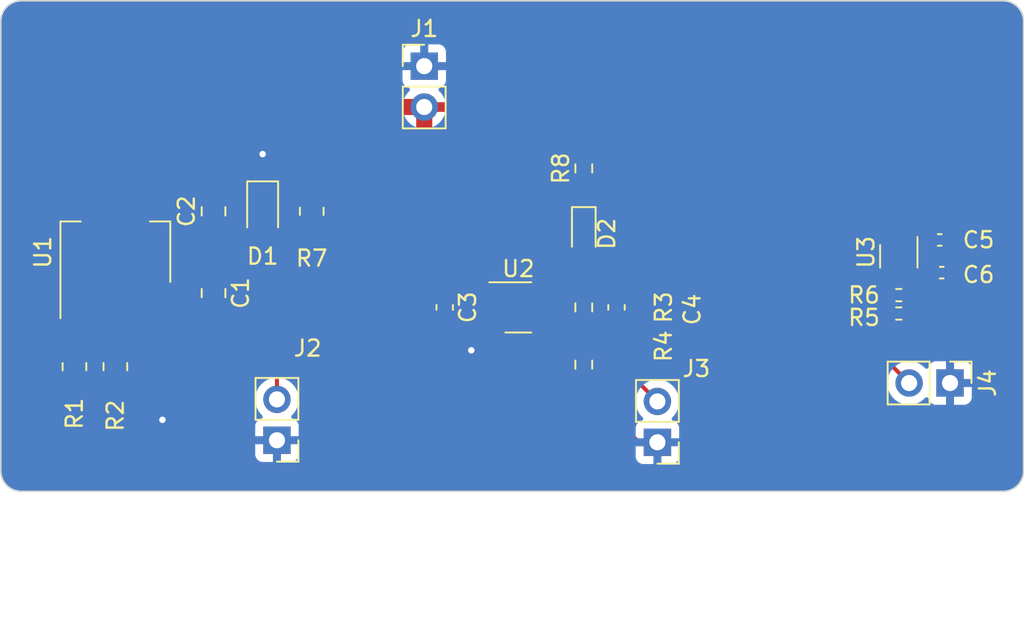
<source format=kicad_pcb>
(kicad_pcb (version 20221018) (generator pcbnew)
  (layers (0 "F.Cu" signal) (31 "B.Cu" signal) (34 "B.Paste" user) (35 "F.Paste" user) (36 "B.SilkS" user "B.Silkscreen") (37 "F.SilkS" user "F.Silkscreen") (38 "B.Mask" user) (39 "F.Mask" user) (44 "Edge.Cuts" user))
  (net 0 "")
  (net 1 "+VDC")
  (net 2 "GND")
  (net 3 "Net-(D1-A)")
  (net 4 "Net-(D2-A)")
  (net 5 "Net-(J4-Pin_2)")
  (net 6 "Net-(D1-K)")
  (net 7 "Net-(D2-K)")
  (net 8 "Net-(U1-ADJ)")
  (net 9 "Net-(U2-FB)")
  (net 10 "Net-(R5-Pad2)")
  (footprint "Connector_PinHeader_2.54mm:PinHeader_1x02_P2.54mm_Vertical" (layer "F.Cu") (at 147.833 108.839 -90)
    (fp_text reference "J4" (at 0 -2.33 90) (layer "F.SilkS"))
    (fp_text value "n.m.")
    (fp_line (start -1.33 -1.33) (end 0 -1.33) (stroke (width 0.12)) (layer "F.SilkS"))
    (fp_line (start -1.33 0) (end -1.33 -1.33) (stroke (width 0.12)) (layer "F.SilkS"))
    (fp_line (start -1.33 1.27) (end -1.33 3.87) (stroke (width 0.12)) (layer "F.SilkS"))
    (fp_line (start -1.33 1.27) (end 1.33 1.27) (stroke (width 0.12)) (layer "F.SilkS"))
    (fp_line (start -1.33 3.87) (end 1.33 3.87) (stroke (width 0.12)) (layer "F.SilkS"))
    (fp_line (start 1.33 1.27) (end 1.33 3.87) (stroke (width 0.12)) (layer "F.SilkS"))
    (pad "1" thru_hole rect (at 0 0 270) (size 1.7 1.7) (drill 1) (layers "*.Cu" "*.Mask") (net 2 "GND"))
    (pad "2" thru_hole oval (at 0 2.54 270) (size 1.7 1.7) (drill 1) (layers "*.Cu" "*.Mask") (net 5 "Net-(J4-Pin_2)"))
  )
  (footprint "Resistor_SMD:R_0805_2012Metric_Pad1.20x1.40mm_HandSolder" (layer "F.Cu") (at 108.204 98.171 90)
    (fp_text reference "R7" (at -2.921 0 180) (layer "F.SilkS"))
    (fp_text value "R")
    (fp_line (start -0.227064 -0.735) (end 0.227064 -0.735) (stroke (width 0.12)) (layer "F.SilkS"))
    (fp_line (start -0.227064 0.735) (end 0.227064 0.735) (stroke (width 0.12)) (layer "F.SilkS"))
    (pad "1" smd roundrect (at -1 0 90) (size 1.2 1.4) (layers "F.Cu" "F.Paste" "F.Mask") (roundrect_rratio 0.208333) (net 6 "Net-(D1-K)"))
    (pad "2" smd roundrect (at 1 0 90) (size 1.2 1.4) (layers "F.Cu" "F.Paste" "F.Mask") (roundrect_rratio 0.208333) (net 2 "GND"))
  )
  (footprint "Package_TO_SOT_SMD:SOT-223-3_TabPin2" (layer "F.Cu") (at 96.012 100.711 90)
    (fp_text reference "U1" (at 0 -4.5 90) (layer "F.SilkS"))
    (fp_text value "LM317_SOT-223")
    (fp_line (start -4.1 -3.41) (end 1.91 -3.41) (stroke (width 0.12)) (layer "F.SilkS"))
    (fp_line (start -1.85 3.41) (end 1.91 3.41) (stroke (width 0.12)) (layer "F.SilkS"))
    (fp_line (start 1.91 -3.41) (end 1.91 -2.15) (stroke (width 0.12)) (layer "F.SilkS"))
    (fp_line (start 1.91 3.41) (end 1.91 2.15) (stroke (width 0.12)) (layer "F.SilkS"))
    (pad "1" smd rect (at -3.15 -2.3 90) (size 2 1.5) (layers "F.Cu" "F.Paste" "F.Mask") (net 8 "Net-(U1-ADJ)"))
    (pad "2" smd rect (at -3.15 0 90) (size 2 1.5) (layers "F.Cu" "F.Paste" "F.Mask") (net 3 "Net-(D1-A)"))
    (pad "2" smd rect (at 3.15 0 90) (size 2 3.8) (layers "F.Cu" "F.Paste" "F.Mask") (net 3 "Net-(D1-A)"))
    (pad "3" smd rect (at -3.15 2.3 90) (size 2 1.5) (layers "F.Cu" "F.Paste" "F.Mask") (net 1 "+VDC"))
  )
  (footprint "LED_SMD:LED_0805_2012Metric_Pad1.15x1.40mm_HandSolder" (layer "F.Cu") (at 105.156 98.171 -90)
    (fp_text reference "D1" (at 2.794 0 -180) (layer "F.SilkS"))
    (fp_text value "LED")
    (fp_line (start -1.86 -0.96) (end -1.86 0.96) (stroke (width 0.12)) (layer "F.SilkS"))
    (fp_line (start -1.86 0.96) (end 1 0.96) (stroke (width 0.12)) (layer "F.SilkS"))
    (fp_line (start 1 -0.96) (end -1.86 -0.96) (stroke (width 0.12)) (layer "F.SilkS"))
    (pad "1" smd roundrect (at -1.025 0 270) (size 1.15 1.4) (layers "F.Cu" "F.Paste" "F.Mask") (roundrect_rratio 0.217391) (net 6 "Net-(D1-K)"))
    (pad "2" smd roundrect (at 1.025 0 270) (size 1.15 1.4) (layers "F.Cu" "F.Paste" "F.Mask") (roundrect_rratio 0.217391) (net 3 "Net-(D1-A)"))
  )
  (footprint "Resistor_SMD:R_0603_1608Metric_Pad0.98x0.95mm_HandSolder" (layer "F.Cu") (at 125.095 95.504 90)
    (fp_text reference "R8" (at 0 -1.43 90) (layer "F.SilkS"))
    (fp_text value "R")
    (fp_line (start -0.254724 -0.5225) (end 0.254724 -0.5225) (stroke (width 0.12)) (layer "F.SilkS"))
    (fp_line (start -0.254724 0.5225) (end 0.254724 0.5225) (stroke (width 0.12)) (layer "F.SilkS"))
    (pad "1" smd roundrect (at -0.9125 0 90) (size 0.975 0.95) (layers "F.Cu" "F.Paste" "F.Mask") (net 7 "Net-(D2-K)"))
    (pad "2" smd roundrect (at 0.9125 0 90) (size 0.975 0.95) (layers "F.Cu" "F.Paste" "F.Mask") (net 2 "GND"))
  )
  (footprint "LED_SMD:LED_0603_1608Metric_Pad1.05x0.95mm_HandSolder" (layer "F.Cu") (at 125.095 99.568 -90)
    (fp_text reference "D2" (at 0 -1.43 90) (layer "F.SilkS"))
    (fp_text value "LED")
    (fp_line (start -1.66 -0.735) (end -1.66 0.735) (stroke (width 0.12)) (layer "F.SilkS"))
    (fp_line (start -1.66 0.735) (end 0.8 0.735) (stroke (width 0.12)) (layer "F.SilkS"))
    (fp_line (start 0.8 -0.735) (end -1.66 -0.735) (stroke (width 0.12)) (layer "F.SilkS"))
    (pad "1" smd roundrect (at -0.875 0 270) (size 1.05 0.95) (layers "F.Cu" "F.Paste" "F.Mask") (net 7 "Net-(D2-K)"))
    (pad "2" smd roundrect (at 0.875 0 270) (size 1.05 0.95) (layers "F.Cu" "F.Paste" "F.Mask") (net 4 "Net-(D2-A)"))
  )
  (footprint "Capacitor_SMD:C_0402_1005Metric_Pad0.74x0.62mm_HandSolder" (layer "F.Cu") (at 147.32 101.981)
    (fp_text reference "C6" (at 2.286 0.127) (layer "F.SilkS"))
    (fp_text value "1uF")
    (fp_line (start -0.115835 -0.36) (end 0.115835 -0.36) (stroke (width 0.12)) (layer "F.SilkS"))
    (fp_line (start -0.115835 0.36) (end 0.115835 0.36) (stroke (width 0.12)) (layer "F.SilkS"))
    (pad "1" smd roundrect (at -0.5675 0) (size 0.735 0.62) (layers "F.Cu" "F.Paste" "F.Mask") (net 5 "Net-(J4-Pin_2)"))
    (pad "2" smd roundrect (at 0.5675 0) (size 0.735 0.62) (layers "F.Cu" "F.Paste" "F.Mask") (net 2 "GND"))
  )
  (footprint "Capacitor_SMD:C_0805_2012Metric_Pad1.18x1.45mm_HandSolder" (layer "F.Cu") (at 102.108 98.171 90)
    (fp_text reference "C2" (at 0 -1.68 90) (layer "F.SilkS"))
    (fp_text value "1uF")
    (fp_line (start -0.261252 -0.735) (end 0.261252 -0.735) (stroke (width 0.12)) (layer "F.SilkS"))
    (fp_line (start -0.261252 0.735) (end 0.261252 0.735) (stroke (width 0.12)) (layer "F.SilkS"))
    (pad "1" smd roundrect (at -1.0375 0 90) (size 1.175 1.45) (layers "F.Cu" "F.Paste" "F.Mask") (roundrect_rratio 0.212766) (net 3 "Net-(D1-A)"))
    (pad "2" smd roundrect (at 1.0375 0 90) (size 1.175 1.45) (layers "F.Cu" "F.Paste" "F.Mask") (roundrect_rratio 0.212766) (net 2 "GND"))
  )
  (footprint "Capacitor_SMD:C_0805_2012Metric_Pad1.18x1.45mm_HandSolder" (layer "F.Cu") (at 102.108 103.251 -90)
    (fp_text reference "C1" (at 0 -1.68 90) (layer "F.SilkS"))
    (fp_text value "1uF")
    (fp_line (start -0.261252 -0.735) (end 0.261252 -0.735) (stroke (width 0.12)) (layer "F.SilkS"))
    (fp_line (start -0.261252 0.735) (end 0.261252 0.735) (stroke (width 0.12)) (layer "F.SilkS"))
    (pad "1" smd roundrect (at -1.0375 0 270) (size 1.175 1.45) (layers "F.Cu" "F.Paste" "F.Mask") (roundrect_rratio 0.212766) (net 1 "+VDC"))
    (pad "2" smd roundrect (at 1.0375 0 270) (size 1.175 1.45) (layers "F.Cu" "F.Paste" "F.Mask") (roundrect_rratio 0.212766) (net 2 "GND"))
  )
  (footprint "Resistor_SMD:R_0805_2012Metric_Pad1.20x1.40mm_HandSolder" (layer "F.Cu") (at 96.012 107.823 90)
    (fp_text reference "R2" (at -3.048 0 90) (layer "F.SilkS"))
    (fp_text value "R")
    (fp_line (start -0.227064 -0.735) (end 0.227064 -0.735) (stroke (width 0.12)) (layer "F.SilkS"))
    (fp_line (start -0.227064 0.735) (end 0.227064 0.735) (stroke (width 0.12)) (layer "F.SilkS"))
    (pad "1" smd roundrect (at -1 0 90) (size 1.2 1.4) (layers "F.Cu" "F.Paste" "F.Mask") (roundrect_rratio 0.208333) (net 8 "Net-(U1-ADJ)"))
    (pad "2" smd roundrect (at 1 0 90) (size 1.2 1.4) (layers "F.Cu" "F.Paste" "F.Mask") (roundrect_rratio 0.208333) (net 3 "Net-(D1-A)"))
  )
  (footprint "Capacitor_SMD:C_0603_1608Metric_Pad1.08x0.95mm_HandSolder" (layer "F.Cu") (at 116.459 104.14 -90)
    (fp_text reference "C3" (at 0 -1.43 90) (layer "F.SilkS"))
    (fp_text value "1uF")
    (fp_line (start -0.146267 -0.51) (end 0.146267 -0.51) (stroke (width 0.12)) (layer "F.SilkS"))
    (fp_line (start -0.146267 0.51) (end 0.146267 0.51) (stroke (width 0.12)) (layer "F.SilkS"))
    (pad "1" smd roundrect (at -0.8625 0 270) (size 1.075 0.95) (layers "F.Cu" "F.Paste" "F.Mask") (net 1 "+VDC"))
    (pad "2" smd roundrect (at 0.8625 0 270) (size 1.075 0.95) (layers "F.Cu" "F.Paste" "F.Mask") (net 2 "GND"))
  )
  (footprint "Resistor_SMD:R_0603_1608Metric_Pad0.98x0.95mm_HandSolder" (layer "F.Cu") (at 125.095 104.14 -90)
    (fp_text reference "R3" (at 0 -4.953 90) (layer "F.SilkS"))
    (fp_text value "R")
    (fp_line (start -0.254724 -0.5225) (end 0.254724 -0.5225) (stroke (width 0.12)) (layer "F.SilkS"))
    (fp_line (start -0.254724 0.5225) (end 0.254724 0.5225) (stroke (width 0.12)) (layer "F.SilkS"))
    (pad "1" smd roundrect (at -0.9125 0 270) (size 0.975 0.95) (layers "F.Cu" "F.Paste" "F.Mask") (net 4 "Net-(D2-A)"))
    (pad "2" smd roundrect (at 0.9125 0 270) (size 0.975 0.95) (layers "F.Cu" "F.Paste" "F.Mask") (net 9 "Net-(U2-FB)"))
  )
  (footprint "Connector_PinHeader_2.54mm:PinHeader_1x02_P2.54mm_Vertical" (layer "F.Cu") (at 115.189 89.149)
    (fp_text reference "J1" (at 0 -2.33) (layer "F.SilkS"))
    (fp_text value "n.m.")
    (fp_line (start -1.33 -1.33) (end 0 -1.33) (stroke (width 0.12)) (layer "F.SilkS"))
    (fp_line (start -1.33 0) (end -1.33 -1.33) (stroke (width 0.12)) (layer "F.SilkS"))
    (fp_line (start -1.33 1.27) (end -1.33 3.87) (stroke (width 0.12)) (layer "F.SilkS"))
    (fp_line (start -1.33 1.27) (end 1.33 1.27) (stroke (width 0.12)) (layer "F.SilkS"))
    (fp_line (start -1.33 3.87) (end 1.33 3.87) (stroke (width 0.12)) (layer "F.SilkS"))
    (fp_line (start 1.33 1.27) (end 1.33 3.87) (stroke (width 0.12)) (layer "F.SilkS"))
    (pad "1" thru_hole rect (at 0 0) (size 1.7 1.7) (drill 1) (layers "*.Cu" "*.Mask") (net 2 "GND"))
    (pad "2" thru_hole oval (at 0 2.54) (size 1.7 1.7) (drill 1) (layers "*.Cu" "*.Mask") (net 1 "+VDC"))
  )
  (footprint "Resistor_SMD:R_0402_1005Metric_Pad0.72x0.64mm_HandSolder" (layer "F.Cu") (at 144.653 104.521)
    (fp_text reference "R6" (at -2.159 -1.143) (layer "F.SilkS"))
    (fp_text value "R")
    (fp_line (start -0.167621 -0.38) (end 0.167621 -0.38) (stroke (width 0.12)) (layer "F.SilkS"))
    (fp_line (start -0.167621 0.38) (end 0.167621 0.38) (stroke (width 0.12)) (layer "F.SilkS"))
    (pad "1" smd roundrect (at -0.5975 0) (size 0.715 0.64) (layers "F.Cu" "F.Paste" "F.Mask") (net 10 "Net-(R5-Pad2)"))
    (pad "2" smd roundrect (at 0.5975 0) (size 0.715 0.64) (layers "F.Cu" "F.Paste" "F.Mask") (net 2 "GND"))
  )
  (footprint "Package_TO_SOT_SMD:SOT-353_SC-70-5" (layer "F.Cu") (at 144.653 100.965 -90)
    (fp_text reference "U3" (at -0.254 2.032 90) (layer "F.SilkS"))
    (fp_text value "MIC5366-3.3YC5")
    (fp_line (start -0.7 1.16) (end 0.7 1.16) (stroke (width 0.12)) (layer "F.SilkS"))
    (fp_line (start 0.7 -1.16) (end -1.2 -1.16) (stroke (width 0.12)) (layer "F.SilkS"))
    (pad "1" smd rect (at -0.95 -0.65 270) (size 0.65 0.4) (layers "F.Cu" "F.Paste" "F.Mask") (net 1 "+VDC"))
    (pad "2" smd rect (at -0.95 0 270) (size 0.65 0.4) (layers "F.Cu" "F.Paste" "F.Mask") (net 2 "GND"))
    (pad "3" smd rect (at -0.95 0.65 270) (size 0.65 0.4) (layers "F.Cu" "F.Paste" "F.Mask") (net 1 "+VDC"))
    (pad "4" smd rect (at 0.95 0.65 270) (size 0.65 0.4) (layers "F.Cu" "F.Paste" "F.Mask"))
    (pad "5" smd rect (at 0.95 -0.65 270) (size 0.65 0.4) (layers "F.Cu" "F.Paste" "F.Mask") (net 5 "Net-(J4-Pin_2)"))
  )
  (footprint "Capacitor_SMD:C_0603_1608Metric_Pad1.08x0.95mm_HandSolder" (layer "F.Cu") (at 127.127 104.14 -90)
    (fp_text reference "C4" (at 0.127 -4.699 90) (layer "F.SilkS"))
    (fp_text value "1uF")
    (fp_line (start -0.146267 -0.51) (end 0.146267 -0.51) (stroke (width 0.12)) (layer "F.SilkS"))
    (fp_line (start -0.146267 0.51) (end 0.146267 0.51) (stroke (width 0.12)) (layer "F.SilkS"))
    (pad "1" smd roundrect (at -0.8625 0 270) (size 1.075 0.95) (layers "F.Cu" "F.Paste" "F.Mask") (net 4 "Net-(D2-A)"))
    (pad "2" smd roundrect (at 0.8625 0 270) (size 1.075 0.95) (layers "F.Cu" "F.Paste" "F.Mask") (net 2 "GND"))
  )
  (footprint "Resistor_SMD:R_0402_1005Metric_Pad0.72x0.64mm_HandSolder" (layer "F.Cu") (at 144.653 103.378 180)
    (fp_text reference "R5" (at 2.159 -1.397) (layer "F.SilkS"))
    (fp_text value "R")
    (fp_line (start -0.167621 -0.38) (end 0.167621 -0.38) (stroke (width 0.12)) (layer "F.SilkS"))
    (fp_line (start -0.167621 0.38) (end 0.167621 0.38) (stroke (width 0.12)) (layer "F.SilkS"))
    (pad "1" smd roundrect (at -0.5975 0 180) (size 0.715 0.64) (layers "F.Cu" "F.Paste" "F.Mask") (net 5 "Net-(J4-Pin_2)"))
    (pad "2" smd roundrect (at 0.5975 0 180) (size 0.715 0.64) (layers "F.Cu" "F.Paste" "F.Mask") (net 10 "Net-(R5-Pad2)"))
  )
  (footprint "Connector_PinHeader_2.54mm:PinHeader_1x02_P2.54mm_Vertical" (layer "F.Cu") (at 106.045 112.395 180)
    (fp_text reference "J2" (at -1.905 5.715) (layer "F.SilkS"))
    (fp_text value "n.m.")
    (fp_line (start -1.33 -1.33) (end 0 -1.33) (stroke (width 0.12)) (layer "F.SilkS"))
    (fp_line (start -1.33 0) (end -1.33 -1.33) (stroke (width 0.12)) (layer "F.SilkS"))
    (fp_line (start -1.33 1.27) (end -1.33 3.87) (stroke (width 0.12)) (layer "F.SilkS"))
    (fp_line (start -1.33 1.27) (end 1.33 1.27) (stroke (width 0.12)) (layer "F.SilkS"))
    (fp_line (start -1.33 3.87) (end 1.33 3.87) (stroke (width 0.12)) (layer "F.SilkS"))
    (fp_line (start 1.33 1.27) (end 1.33 3.87) (stroke (width 0.12)) (layer "F.SilkS"))
    (pad "1" thru_hole rect (at 0 0 180) (size 1.7 1.7) (drill 1) (layers "*.Cu" "*.Mask") (net 2 "GND"))
    (pad "2" thru_hole oval (at 0 2.54 180) (size 1.7 1.7) (drill 1) (layers "*.Cu" "*.Mask") (net 3 "Net-(D1-A)"))
  )
  (footprint "Resistor_SMD:R_0603_1608Metric_Pad0.98x0.95mm_HandSolder" (layer "F.Cu") (at 125.095 107.696 -90)
    (fp_text reference "R4" (at -1.143 -4.953 90) (layer "F.SilkS"))
    (fp_text value "R")
    (fp_line (start -0.254724 -0.5225) (end 0.254724 -0.5225) (stroke (width 0.12)) (layer "F.SilkS"))
    (fp_line (start -0.254724 0.5225) (end 0.254724 0.5225) (stroke (width 0.12)) (layer "F.SilkS"))
    (pad "1" smd roundrect (at -0.9125 0 270) (size 0.975 0.95) (layers "F.Cu" "F.Paste" "F.Mask") (net 9 "Net-(U2-FB)"))
    (pad "2" smd roundrect (at 0.9125 0 270) (size 0.975 0.95) (layers "F.Cu" "F.Paste" "F.Mask") (net 2 "GND"))
  )
  (footprint "Resistor_SMD:R_0805_2012Metric_Pad1.20x1.40mm_HandSolder" (layer "F.Cu") (at 93.472 107.823 -90)
    (fp_text reference "R1" (at 2.921 0 90) (layer "F.SilkS"))
    (fp_text value "R")
    (fp_line (start -0.227064 -0.735) (end 0.227064 -0.735) (stroke (width 0.12)) (layer "F.SilkS"))
    (fp_line (start -0.227064 0.735) (end 0.227064 0.735) (stroke (width 0.12)) (layer "F.SilkS"))
    (pad "1" smd roundrect (at -1 0 270) (size 1.2 1.4) (layers "F.Cu" "F.Paste" "F.Mask") (roundrect_rratio 0.208333) (net 8 "Net-(U1-ADJ)"))
    (pad "2" smd roundrect (at 1 0 270) (size 1.2 1.4) (layers "F.Cu" "F.Paste" "F.Mask") (roundrect_rratio 0.208333) (net 2 "GND"))
  )
  (footprint "Capacitor_SMD:C_0402_1005Metric_Pad0.74x0.62mm_HandSolder" (layer "F.Cu") (at 147.193 99.949 180)
    (fp_text reference "C5" (at -2.413 0) (layer "F.SilkS"))
    (fp_text value "1uF")
    (fp_line (start -0.115835 -0.36) (end 0.115835 -0.36) (stroke (width 0.12)) (layer "F.SilkS"))
    (fp_line (start -0.115835 0.36) (end 0.115835 0.36) (stroke (width 0.12)) (layer "F.SilkS"))
    (pad "1" smd roundrect (at -0.5675 0 180) (size 0.735 0.62) (layers "F.Cu" "F.Paste" "F.Mask") (net 2 "GND"))
    (pad "2" smd roundrect (at 0.5675 0 180) (size 0.735 0.62) (layers "F.Cu" "F.Paste" "F.Mask") (net 1 "+VDC"))
  )
  (footprint "Connector_PinHeader_2.54mm:PinHeader_1x02_P2.54mm_Vertical" (layer "F.Cu") (at 129.667 112.522 180)
    (fp_text reference "J3" (at -2.413 4.572) (layer "F.SilkS"))
    (fp_text value "n.m.")
    (fp_line (start -1.33 -1.33) (end 0 -1.33) (stroke (width 0.12)) (layer "F.SilkS"))
    (fp_line (start -1.33 0) (end -1.33 -1.33) (stroke (width 0.12)) (layer "F.SilkS"))
    (fp_line (start -1.33 1.27) (end -1.33 3.87) (stroke (width 0.12)) (layer "F.SilkS"))
    (fp_line (start -1.33 1.27) (end 1.33 1.27) (stroke (width 0.12)) (layer "F.SilkS"))
    (fp_line (start -1.33 3.87) (end 1.33 3.87) (stroke (width 0.12)) (layer "F.SilkS"))
    (fp_line (start 1.33 1.27) (end 1.33 3.87) (stroke (width 0.12)) (layer "F.SilkS"))
    (pad "1" thru_hole rect (at 0 0 180) (size 1.7 1.7) (drill 1) (layers "*.Cu" "*.Mask") (net 2 "GND"))
    (pad "2" thru_hole oval (at 0 2.54 180) (size 1.7 1.7) (drill 1) (layers "*.Cu" "*.Mask") (net 4 "Net-(D2-A)"))
  )
  (footprint "Package_TO_SOT_SMD:SOT-23-6" (layer "F.Cu") (at 121.031 104.14)
    (fp_text reference "U2" (at 0 -2.4) (layer "F.SilkS"))
    (fp_text value "TPS79301-EP")
    (fp_line (start 0 -1.56) (end -1.8 -1.56) (stroke (width 0.12)) (layer "F.SilkS"))
    (fp_line (start 0 -1.56) (end 0.8 -1.56) (stroke (width 0.12)) (layer "F.SilkS"))
    (fp_line (start 0 1.56) (end -0.8 1.56) (stroke (width 0.12)) (layer "F.SilkS"))
    (fp_line (start 0 1.56) (end 0.8 1.56) (stroke (width 0.12)) (layer "F.SilkS"))
    (pad "1" smd roundrect (at -1.1375 -0.95) (size 1.325 0.6) (layers "F.Cu" "F.Paste" "F.Mask") (net 1 "+VDC"))
    (pad "2" smd roundrect (at -1.1375 0) (size 1.325 0.6) (layers "F.Cu" "F.Paste" "F.Mask") (net 2 "GND"))
    (pad "3" smd roundrect (at -1.1375 0.95) (size 1.325 0.6) (layers "F.Cu" "F.Paste" "F.Mask") (net 1 "+VDC"))
    (pad "4" smd roundrect (at 1.1375 0.95) (size 1.325 0.6) (layers "F.Cu" "F.Paste" "F.Mask"))
    (pad "5" smd roundrect (at 1.1375 0) (size 1.325 0.6) (layers "F.Cu" "F.Paste" "F.Mask") (net 9 "Net-(U2-FB)"))
    (pad "6" smd roundrect (at 1.1375 -0.95) (size 1.325 0.6) (layers "F.Cu" "F.Paste" "F.Mask") (net 4 "Net-(D2-A)"))
  )
  (gr_arc (start 88.9 86.36) (mid 89.271974 85.461974) (end 90.17 85.09) (stroke (width 0.1)) (layer "Edge.Cuts"))
  (gr_line (start 151.13 115.57) (end 90.17 115.57) (stroke (width 0.1)) (layer "Edge.Cuts"))
  (gr_arc (start 152.4 114.3) (mid 152.028026 115.198026) (end 151.13 115.57) (stroke (width 0.1)) (layer "Edge.Cuts"))
  (gr_line (start 151.13 85.09) (end 90.17 85.09) (stroke (width 0.1)) (layer "Edge.Cuts"))
  (gr_arc (start 151.13 85.09) (mid 152.028026 85.461974) (end 152.4 86.36) (stroke (width 0.1)) (layer "Edge.Cuts"))
  (gr_line (start 152.4 86.36) (end 152.4 114.3) (stroke (width 0.1)) (layer "Edge.Cuts"))
  (gr_line (start 88.9 114.3) (end 88.9 86.36) (stroke (width 0.1)) (layer "Edge.Cuts"))
  (gr_arc (start 90.17 115.57) (mid 89.271974 115.198026) (end 88.9 114.3) (stroke (width 0.1)) (layer "Edge.Cuts"))
  (gr_text "VOUT1" (at 108.204 113.157) (layer "F.Cu") (effects (font (size 1.5 1.5) (thickness 0.3) bold) (justify left bottom)))
  (gr_text "VOUT2" (at 131.953 113.284) (layer "F.Cu") (effects (font (size 1.5 1.5) (thickness 0.3) bold) (justify left bottom)))
  (gr_text "VOUT3" (at 143.383 113.411) (layer "F.Cu") (effects (font (size 1.5 1.5) (thickness 0.3) bold) (justify left bottom)))
  (gr_text "TECHIN514 / W24\nREGULATOR DEMO" (at 126.619 91.44) (layer "F.Cu") (effects (font (size 1.5 1.5) (thickness 0.3) bold) (justify left bottom)))
  (gr_text "DCIN" (at 105.664 89.281) (layer "F.Cu") (effects (font (size 1.5 1.5) (thickness 0.3) bold) (justify left bottom)))
  (segment (start 144.526 98.806) (end 145.288 98.806) (width 0.6) (layer "F.Cu") (net 1))
  (segment (start 116.5465 103.19) (end 116.459 103.2775) (width 0.6) (layer "F.Cu") (net 1))
  (segment (start 124.452017 95.479) (end 126.136 95.479) (width 0.4) (layer "F.Cu") (net 1))
  (segment (start 120.277751 105.09) (end 119.8935 105.09) (width 0.25) (layer "F.Cu") (net 1))
  (segment (start 126.238 95.377) (end 139.065 95.377) (width 0.6) (layer "F.Cu") (net 1))
  (segment (start 115.189 91.689) (end 117.47 91.689) (width 0.6) (layer "F.Cu") (net 1))
  (segment (start 115.189 98.425) (end 116.459 99.695) (width 1) (layer "F.Cu") (net 1))
  (segment (start 102.108 102.2135) (end 101.9595 102.362) (width 0.6) (layer "F.Cu") (net 1))
  (segment (start 117.47 91.689) (end 121.158 95.377) (width 0.6) (layer "F.Cu") (net 1))
  (segment (start 98.312 102.362) (end 98.312 103.861) (width 1) (layer "F.Cu") (net 1))
  (segment (start 126.136 95.479) (end 126.238 95.377) (width 0.4) (layer "F.Cu") (net 1))
  (segment (start 121.158 95.377) (end 123.571 95.377) (width 0.6) (layer "F.Cu") (net 1))
  (segment (start 146.6255 99.1275) (end 146.6255 99.949) (width 0.6) (layer "F.Cu") (net 1))
  (segment (start 120.881 104.486751) (end 120.277751 105.09) (width 0.25) (layer "F.Cu") (net 1))
  (segment (start 124.350017 95.377) (end 124.452017 95.479) (width 0.4) (layer "F.Cu") (net 1))
  (segment (start 120.277751 103.19) (end 120.881 103.793249) (width 0.25) (layer "F.Cu") (net 1))
  (segment (start 115.189 91.689) (end 115.189 98.425) (width 1) (layer "F.Cu") (net 1))
  (segment (start 119.8935 103.19) (end 116.5465 103.19) (width 0.6) (layer "F.Cu") (net 1))
  (segment (start 119.8935 103.19) (end 120.277751 103.19) (width 0.25) (layer "F.Cu") (net 1))
  (segment (start 144.003 99.172) (end 143.637 98.806) (width 0.25) (layer "F.Cu") (net 1))
  (segment (start 145.303 100.015) (end 145.303 98.821) (width 0.25) (layer "F.Cu") (net 1))
  (segment (start 145.303 98.821) (end 145.288 98.806) (width 0.25) (layer "F.Cu") (net 1))
  (segment (start 116.459 99.695) (end 116.459 103.2775) (width 1) (layer "F.Cu") (net 1))
  (segment (start 123.571 95.377) (end 124.350017 95.377) (width 0.6) (layer "F.Cu") (net 1))
  (segment (start 146.304 98.806) (end 146.6255 99.1275) (width 0.6) (layer "F.Cu") (net 1))
  (segment (start 101.9595 102.362) (end 98.312 102.362) (width 0.6) (layer "F.Cu") (net 1))
  (segment (start 144.003 100.015) (end 144.003 99.172) (width 0.25) (layer "F.Cu") (net 1))
  (segment (start 145.288 98.806) (end 146.304 98.806) (width 0.6) (layer "F.Cu") (net 1))
  (segment (start 95.636 91.689) (end 90.932 96.393) (width 1) (layer "F.Cu") (net 1))
  (segment (start 98.312 101.861) (end 98.312 102.362) (width 1) (layer "F.Cu") (net 1))
  (segment (start 90.932 96.393) (end 90.932 99.187) (width 1) (layer "F.Cu") (net 1))
  (segment (start 92.202 100.457) (end 96.908 100.457) (width 1) (layer "F.Cu") (net 1))
  (segment (start 90.932 99.187) (end 92.202 100.457) (width 1) (layer "F.Cu") (net 1))
  (segment (start 143.637 98.806) (end 144.526 98.806) (width 0.6) (layer "F.Cu") (net 1))
  (segment (start 96.908 100.457) (end 98.312 101.861) (width 1) (layer "F.Cu") (net 1))
  (segment (start 115.189 91.689) (end 95.636 91.689) (width 1) (layer "F.Cu") (net 1))
  (segment (start 139.065 95.377) (end 142.494 98.806) (width 0.6) (layer "F.Cu") (net 1))
  (segment (start 120.881 103.793249) (end 120.881 104.486751) (width 0.25) (layer "F.Cu") (net 1))
  (segment (start 142.494 98.806) (end 144.526 98.806) (width 0.6) (layer "F.Cu") (net 1))
  (segment (start 144.901 100.838) (end 147.066 100.838) (width 0.25) (layer "F.Cu") (net 2))
  (segment (start 118.237 106.68) (end 118.11 106.807) (width 0.25) (layer "F.Cu") (net 2))
  (segment (start 119.6525 89.149) (end 115.189 89.149) (width 0.25) (layer "F.Cu") (net 2))
  (segment (start 93.472 108.823) (end 93.472 111.76) (width 0.25) (layer "F.Cu") (net 2))
  (segment (start 147.8875 101.981) (end 147.833 102.0355) (width 0.25) (layer "F.Cu") (net 2))
  (segment (start 125.1185 108.585) (end 125.095 108.6085) (width 0.25) (layer "F.Cu") (net 2))
  (segment (start 98.933 112.395) (end 98.933 111.125) (width 0.25) (layer "F.Cu") (net 2))
  (segment (start 107.188 94.615) (end 105.156 94.615) (width 0.25) (layer "F.Cu") (net 2))
  (segment (start 147.8875 101.981) (end 147.8875 101.6595) (width 0.25) (layer "F.Cu") (net 2))
  (segment (start 116.586 106.807) (end 118.11 106.807) (width 0.25) (layer "F.Cu") (net 2))
  (segment (start 129.667 112.522) (end 128.524 112.522) (width 0.25) (layer "F.Cu") (net 2))
  (segment (start 125.095 94.5915) (end 119.6525 89.149) (width 0.25) (layer "F.Cu") (net 2))
  (segment (start 147.066 100.838) (end 147.7605 100.1435) (width 0.25) (layer "F.Cu") (net 2))
  (segment (start 145.2505 104.521) (end 145.3775 104.648) (width 0.25) (layer "F.Cu") (net 2))
  (segment (start 98.933 112.395) (end 102.108 112.395) (width 0.25) (layer "F.Cu") (net 2))
  (segment (start 102.108 95.504) (end 102.743 94.869) (width 0.25) (layer "F.Cu") (net 2))
  (segment (start 128.524 112.522) (end 126.746 110.744) (width 0.25) (layer "F.Cu") (net 2))
  (segment (start 144.653 100.015) (end 144.653 100.59) (width 0.25) (layer "F.Cu") (net 2))
  (segment (start 108.204 95.631) (end 107.188 94.615) (width 0.25) (layer "F.Cu") (net 2))
  (segment (start 147.833 104.648) (end 147.833 108.839) (width 0.25) (layer "F.Cu") (net 2))
  (segment (start 125.095 108.6085) (end 119.9115 108.6085) (width 0.25) (layer "F.Cu") (net 2))
  (segment (start 145.3775 104.648) (end 147.833 104.648) (width 0.25) (layer "F.Cu") (net 2))
  (segment (start 126.619 108.585) (end 125.1185 108.585) (width 0.25) (layer "F.Cu") (net 2))
  (segment (start 94.107 112.395) (end 98.933 112.395) (width 0.25) (layer "F.Cu") (net 2))
  (segment (start 119.8935 104.14) (end 118.745 104.14) (width 0.25) (layer "F.Cu") (net 2))
  (segment (start 118.745 104.14) (end 118.237 104.648) (width 0.25) (layer "F.Cu") (net 2))
  (segment (start 127.127 105.0025) (end 127.127 108.077) (width 0.25) (layer "F.Cu") (net 2))
  (segment (start 118.237 104.648) (end 118.237 106.68) (width 0.25) (layer "F.Cu") (net 2))
  (segment (start 147.833 102.0355) (end 147.833 104.648) (width 0.25) (layer "F.Cu") (net 2))
  (segment (start 116.459 105.0025) (end 116.459 106.68) (width 0.25) (layer "F.Cu") (net 2))
  (segment (start 102.108 104.2885) (end 102.108 112.395) (width 0.25) (layer "F.Cu") (net 2))
  (segment (start 102.108 112.395) (end 106.045 112.395) (width 0.25) (layer "F.Cu") (net 2))
  (segment (start 102.743 94.869) (end 102.997 94.615) (width 0.25) (layer "F.Cu") (net 2))
  (segment (start 116.459 106.68) (end 116.586 106.807) (width 0.25) (layer "F.Cu") (net 2))
  (segment (start 147.8875 101.6595) (end 147.066 100.838) (width 0.25) (layer "F.Cu") (net 2))
  (segment (start 126.746 110.744) (end 126.746 108.712) (width 0.25) (layer "F.Cu") (net 2))
  (segment (start 147.7605 100.1435) (end 147.7605 99.949) (width 0.25) (layer "F.Cu") (net 2))
  (segment (start 127.127 108.077) (end 126.619 108.585) (width 0.25) (layer "F.Cu") (net 2))
  (segment (start 93.472 111.76) (end 94.107 112.395) (width 0.25) (layer "F.Cu") (net 2))
  (segment (start 108.204 97.171) (end 108.204 95.631) (width 0.25) (layer "F.Cu") (net 2))
  (segment (start 102.108 97.1335) (end 102.108 95.504) (width 0.25) (layer "F.Cu") (net 2))
  (segment (start 119.9115 108.6085) (end 118.11 106.807) (width 0.25) (layer "F.Cu") (net 2))
  (segment (start 144.653 100.59) (end 144.901 100.838) (width 0.25) (layer "F.Cu") (net 2))
  (segment (start 102.997 94.615) (end 105.156 94.615) (width 0.25) (layer "F.Cu") (net 2))
  (segment (start 126.746 108.712) (end 126.619 108.585) (width 0.25) (layer "F.Cu") (net 2))
  (via (at 118.11 106.807) (size 0.8) (drill 0.4) (layers "F.Cu" "B.Cu") (net 2))
  (via (at 98.933 111.125) (size 0.8) (drill 0.4) (layers "F.Cu" "B.Cu") (net 2))
  (via (at 105.156 94.615) (size 0.8) (drill 0.4) (layers "F.Cu" "B.Cu") (net 2))
  (segment (start 102.489 100.584) (end 102.108 100.203) (width 0.25) (layer "F.Cu") (net 3))
  (segment (start 96.012 103.861) (end 96.012 106.823) (width 0.25) (layer "F.Cu") (net 3))
  (segment (start 102.108 99.2085) (end 101.1135 99.2085) (width 0.6) (layer "F.Cu") (net 3))
  (segment (start 106.045 109.855) (end 106.045 103.378) (width 0.25) (layer "F.Cu") (net 3))
  (segment (start 101.1135 99.2085) (end 99.466 97.561) (width 0.6) (layer "F.Cu") (net 3))
  (segment (start 103.251 100.584) (end 102.489 100.584) (width 0.25) (layer "F.Cu") (net 3))
  (segment (start 106.045 103.378) (end 103.251 100.584) (width 0.25) (layer "F.Cu") (net 3))
  (segment (start 102.108 99.2085) (end 105.1435 99.2085) (width 0.25) (layer "F.Cu") (net 3))
  (segment (start 102.108 100.203) (end 102.108 99.2085) (width 0.25) (layer "F.Cu") (net 3))
  (segment (start 105.1435 99.2085) (end 105.156 99.196) (width 0.25) (layer "F.Cu") (net 3))
  (segment (start 99.466 97.561) (end 96.012 97.561) (width 0.6) (layer "F.Cu") (net 3))
  (segment (start 127.077 103.2275) (end 127.127 103.2775) (width 0.25) (layer "F.Cu") (net 4))
  (segment (start 128.651 103.759) (end 128.1695 103.2775) (width 0.25) (layer "F.Cu") (net 4))
  (segment (start 129.667 109.982) (end 128.651 108.966) (width 0.25) (layer "F.Cu") (net 4))
  (segment (start 122.1685 103.19) (end 125.0575 103.19) (width 0.25) (layer "F.Cu") (net 4))
  (segment (start 125.095 103.2275) (end 125.095 100.443) (width 0.25) (layer "F.Cu") (net 4))
  (segment (start 128.1695 103.2775) (end 127.127 103.2775) (width 0.25) (layer "F.Cu") (net 4))
  (segment (start 128.651 108.966) (end 128.651 103.759) (width 0.25) (layer "F.Cu") (net 4))
  (segment (start 125.095 103.2275) (end 127.077 103.2275) (width 0.25) (layer "F.Cu") (net 4))
  (segment (start 125.0575 103.19) (end 125.095 103.2275) (width 0.25) (layer "F.Cu") (net 4))
  (segment (start 143.129 101.092) (end 144.48 101.092) (width 0.25) (layer "F.Cu") (net 5))
  (segment (start 145.2505 103.378) (end 145.2505 101.9675) (width 0.25) (layer "F.Cu") (net 5))
  (segment (start 145.293 108.839) (end 142.494 106.04) (width 0.25) (layer "F.Cu") (net 5))
  (segment (start 145.2505 101.9675) (end 145.303 101.915) (width 0.25) (layer "F.Cu") (net 5))
  (segment (start 142.494 106.04) (end 142.494 101.727) (width 0.25) (layer "F.Cu") (net 5))
  (segment (start 145.369 101.981) (end 145.303 101.915) (width 0.25) (layer "F.Cu") (net 5))
  (segment (start 146.7525 101.981) (end 145.369 101.981) (width 0.25) (layer "F.Cu") (net 5))
  (segment (start 142.494 101.727) (end 143.129 101.092) (width 0.25) (layer "F.Cu") (net 5))
  (segment (start 144.48 101.092) (end 145.303 101.915) (width 0.25) (layer "F.Cu") (net 5))
  (segment (start 106.95 99.171) (end 108.204 99.171) (width 0.25) (layer "F.Cu") (net 6))
  (segment (start 106.68 98.933) (end 106.934 99.187) (width 0.25) (layer "F.Cu") (net 6))
  (segment (start 106.163 97.146) (end 106.68 97.663) (width 0.25) (layer "F.Cu") (net 6))
  (segment (start 105.156 97.146) (end 106.163 97.146) (width 0.25) (layer "F.Cu") (net 6))
  (segment (start 106.934 99.187) (end 106.95 99.171) (width 0.25) (layer "F.Cu") (net 6))
  (segment (start 106.68 97.663) (end 106.68 98.933) (width 0.25) (layer "F.Cu") (net 6))
  (segment (start 125.095 98.693) (end 125.095 96.4165) (width 0.25) (layer "F.Cu") (net 7))
  (segment (start 94.885 108.823) (end 96.012 108.823) (width 0.25) (layer "F.Cu") (net 8))
  (segment (start 94.742 107.188) (end 94.742 108.712) (width 0.25) (layer "F.Cu") (net 8))
  (segment (start 94.377 106.823) (end 94.742 107.188) (width 0.25) (layer "F.Cu") (net 8))
  (segment (start 94.742 108.712) (end 94.869 108.839) (width 0.25) (layer "F.Cu") (net 8))
  (segment (start 93.472 106.823) (end 94.377 106.823) (width 0.25) (layer "F.Cu") (net 8))
  (segment (start 93.712 105.297) (end 93.472 105.537) (width 0.25) (layer "F.Cu") (net 8))
  (segment (start 94.869 108.839) (end 94.885 108.823) (width 0.25) (layer "F.Cu") (net 8))
  (segment (start 93.712 103.861) (end 93.712 105.297) (width 0.25) (layer "F.Cu") (net 8))
  (segment (start 93.472 105.537) (end 93.472 106.823) (width 0.25) (layer "F.Cu") (net 8))
  (segment (start 122.1685 104.14) (end 123.19 104.14) (width 0.25) (layer "F.Cu") (net 9))
  (segment (start 124.1025 105.0525) (end 125.095 105.0525) (width 0.25) (layer "F.Cu") (net 9))
  (segment (start 123.19 104.14) (end 124.1025 105.0525) (width 0.25) (layer "F.Cu") (net 9))
  (segment (start 125.095 105.0525) (end 125.095 106.7835) (width 0.25) (layer "F.Cu") (net 9))
  (segment (start 144.0555 103.378) (end 144.0555 104.521) (width 0.25) (layer "F.Cu") (net 10))
  (zone (net 2) (net_name "GND") (layer "B.Cu") (connect_pads (clearance 0.5)) (min_thickness 0.25) (fill yes (thermal_gap 0.5) (thermal_bridge_width 0.5))
    (polygon (pts (xy 152.4 115.57) (xy 152.4 85.09) (xy 88.9 85.09) (xy 88.9 115.57)))
  )
)
</source>
